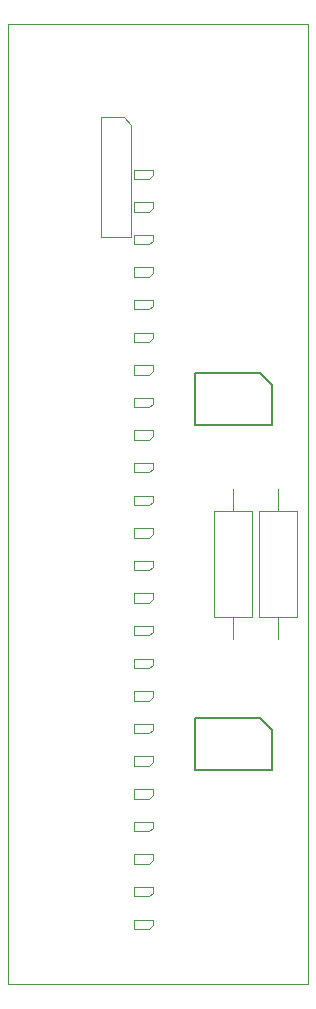
<source format=gbr>
G04 #@! TF.GenerationSoftware,KiCad,Pcbnew,(5.1.4)-1*
G04 #@! TF.CreationDate,2019-08-22T22:39:33-07:00*
G04 #@! TF.ProjectId,the,7468652e-6b69-4636-9164-5f7063625858,rev?*
G04 #@! TF.SameCoordinates,Original*
G04 #@! TF.FileFunction,Other,Fab,Top*
%FSLAX46Y46*%
G04 Gerber Fmt 4.6, Leading zero omitted, Abs format (unit mm)*
G04 Created by KiCad (PCBNEW (5.1.4)-1) date 2019-08-22 22:39:33*
%MOMM*%
%LPD*%
G04 APERTURE LIST*
%ADD10C,0.120000*%
%ADD11C,0.150000*%
%ADD12C,0.100000*%
G04 APERTURE END LIST*
D10*
X63500000Y-119380000D02*
X63500000Y-38100000D01*
X88900000Y-119380000D02*
X63500000Y-119380000D01*
X88900000Y-38100000D02*
X88900000Y-119380000D01*
X63500000Y-38100000D02*
X88900000Y-38100000D01*
D11*
X85800000Y-68650000D02*
X85800000Y-72050000D01*
X85800000Y-72050000D02*
X79300000Y-72050000D01*
X79300000Y-72050000D02*
X79300000Y-67650000D01*
X79300000Y-67650000D02*
X84800000Y-67650000D01*
X84800000Y-67650000D02*
X85800000Y-68650000D01*
D12*
X74130000Y-66965214D02*
X74130000Y-67765214D01*
X75730000Y-66965214D02*
X74130000Y-66965214D01*
X75730000Y-67465214D02*
X75730000Y-66965214D01*
X75430000Y-67765214D02*
X75730000Y-67465214D01*
X74130000Y-67765214D02*
X75430000Y-67765214D01*
X74130000Y-69726083D02*
X74130000Y-70526083D01*
X75730000Y-69726083D02*
X74130000Y-69726083D01*
X75730000Y-70226083D02*
X75730000Y-69726083D01*
X75430000Y-70526083D02*
X75730000Y-70226083D01*
X74130000Y-70526083D02*
X75430000Y-70526083D01*
X74130000Y-73286952D02*
X75430000Y-73286952D01*
X75430000Y-73286952D02*
X75730000Y-72986952D01*
X75730000Y-72986952D02*
X75730000Y-72486952D01*
X75730000Y-72486952D02*
X74130000Y-72486952D01*
X74130000Y-72486952D02*
X74130000Y-73286952D01*
X74130000Y-75247821D02*
X74130000Y-76047821D01*
X75730000Y-75247821D02*
X74130000Y-75247821D01*
X75730000Y-75747821D02*
X75730000Y-75247821D01*
X75430000Y-76047821D02*
X75730000Y-75747821D01*
X74130000Y-76047821D02*
X75430000Y-76047821D01*
X74130000Y-78808690D02*
X75430000Y-78808690D01*
X75430000Y-78808690D02*
X75730000Y-78508690D01*
X75730000Y-78508690D02*
X75730000Y-78008690D01*
X75730000Y-78008690D02*
X74130000Y-78008690D01*
X74130000Y-78008690D02*
X74130000Y-78808690D01*
X74130000Y-80769559D02*
X74130000Y-81569559D01*
X75730000Y-80769559D02*
X74130000Y-80769559D01*
X75730000Y-81269559D02*
X75730000Y-80769559D01*
X75430000Y-81569559D02*
X75730000Y-81269559D01*
X74130000Y-81569559D02*
X75430000Y-81569559D01*
X74130000Y-95373904D02*
X75430000Y-95373904D01*
X75430000Y-95373904D02*
X75730000Y-95073904D01*
X75730000Y-95073904D02*
X75730000Y-94573904D01*
X75730000Y-94573904D02*
X74130000Y-94573904D01*
X74130000Y-94573904D02*
X74130000Y-95373904D01*
X74130000Y-97334773D02*
X74130000Y-98134773D01*
X75730000Y-97334773D02*
X74130000Y-97334773D01*
X75730000Y-97834773D02*
X75730000Y-97334773D01*
X75430000Y-98134773D02*
X75730000Y-97834773D01*
X74130000Y-98134773D02*
X75430000Y-98134773D01*
X74130000Y-100095642D02*
X74130000Y-100895642D01*
X75730000Y-100095642D02*
X74130000Y-100095642D01*
X75730000Y-100595642D02*
X75730000Y-100095642D01*
X75430000Y-100895642D02*
X75730000Y-100595642D01*
X74130000Y-100895642D02*
X75430000Y-100895642D01*
X74130000Y-103656511D02*
X75430000Y-103656511D01*
X75430000Y-103656511D02*
X75730000Y-103356511D01*
X75730000Y-103356511D02*
X75730000Y-102856511D01*
X75730000Y-102856511D02*
X74130000Y-102856511D01*
X74130000Y-102856511D02*
X74130000Y-103656511D01*
X74130000Y-106417380D02*
X75430000Y-106417380D01*
X75430000Y-106417380D02*
X75730000Y-106117380D01*
X75730000Y-106117380D02*
X75730000Y-105617380D01*
X75730000Y-105617380D02*
X74130000Y-105617380D01*
X74130000Y-105617380D02*
X74130000Y-106417380D01*
X74130000Y-109178249D02*
X75430000Y-109178249D01*
X75430000Y-109178249D02*
X75730000Y-108878249D01*
X75730000Y-108878249D02*
X75730000Y-108378249D01*
X75730000Y-108378249D02*
X74130000Y-108378249D01*
X74130000Y-108378249D02*
X74130000Y-109178249D01*
X74130000Y-111139118D02*
X74130000Y-111939118D01*
X75730000Y-111139118D02*
X74130000Y-111139118D01*
X75730000Y-111639118D02*
X75730000Y-111139118D01*
X75430000Y-111939118D02*
X75730000Y-111639118D01*
X74130000Y-111939118D02*
X75430000Y-111939118D01*
X74130000Y-114700000D02*
X75430000Y-114700000D01*
X75430000Y-114700000D02*
X75730000Y-114400000D01*
X75730000Y-114400000D02*
X75730000Y-113900000D01*
X75730000Y-113900000D02*
X74130000Y-113900000D01*
X74130000Y-113900000D02*
X74130000Y-114700000D01*
X71374000Y-56134000D02*
X71374000Y-45974000D01*
X73914000Y-56134000D02*
X71374000Y-56134000D01*
X73914000Y-46609000D02*
X73914000Y-56134000D01*
X73279000Y-45974000D02*
X73914000Y-46609000D01*
X71374000Y-45974000D02*
X73279000Y-45974000D01*
X82550000Y-77470000D02*
X82550000Y-79320000D01*
X82550000Y-90170000D02*
X82550000Y-88320000D01*
X80950000Y-79320000D02*
X80950000Y-88320000D01*
X84150000Y-79320000D02*
X80950000Y-79320000D01*
X84150000Y-88320000D02*
X84150000Y-79320000D01*
X80950000Y-88320000D02*
X84150000Y-88320000D01*
X84760000Y-88320000D02*
X87960000Y-88320000D01*
X87960000Y-88320000D02*
X87960000Y-79320000D01*
X87960000Y-79320000D02*
X84760000Y-79320000D01*
X84760000Y-79320000D02*
X84760000Y-88320000D01*
X86360000Y-90170000D02*
X86360000Y-88320000D01*
X86360000Y-77470000D02*
X86360000Y-79320000D01*
D11*
X84800000Y-96860000D02*
X85800000Y-97860000D01*
X79300000Y-96860000D02*
X84800000Y-96860000D01*
X79300000Y-101260000D02*
X79300000Y-96860000D01*
X85800000Y-101260000D02*
X79300000Y-101260000D01*
X85800000Y-97860000D02*
X85800000Y-101260000D01*
D12*
X74130000Y-50400000D02*
X74130000Y-51200000D01*
X75730000Y-50400000D02*
X74130000Y-50400000D01*
X75730000Y-50900000D02*
X75730000Y-50400000D01*
X75430000Y-51200000D02*
X75730000Y-50900000D01*
X74130000Y-51200000D02*
X75430000Y-51200000D01*
X74130000Y-53960869D02*
X75430000Y-53960869D01*
X75430000Y-53960869D02*
X75730000Y-53660869D01*
X75730000Y-53660869D02*
X75730000Y-53160869D01*
X75730000Y-53160869D02*
X74130000Y-53160869D01*
X74130000Y-53160869D02*
X74130000Y-53960869D01*
X74130000Y-55921738D02*
X74130000Y-56721738D01*
X75730000Y-55921738D02*
X74130000Y-55921738D01*
X75730000Y-56421738D02*
X75730000Y-55921738D01*
X75430000Y-56721738D02*
X75730000Y-56421738D01*
X74130000Y-56721738D02*
X75430000Y-56721738D01*
X74130000Y-59482607D02*
X75430000Y-59482607D01*
X75430000Y-59482607D02*
X75730000Y-59182607D01*
X75730000Y-59182607D02*
X75730000Y-58682607D01*
X75730000Y-58682607D02*
X74130000Y-58682607D01*
X74130000Y-58682607D02*
X74130000Y-59482607D01*
X74130000Y-61443476D02*
X74130000Y-62243476D01*
X75730000Y-61443476D02*
X74130000Y-61443476D01*
X75730000Y-61943476D02*
X75730000Y-61443476D01*
X75430000Y-62243476D02*
X75730000Y-61943476D01*
X74130000Y-62243476D02*
X75430000Y-62243476D01*
X74130000Y-64204345D02*
X74130000Y-65004345D01*
X75730000Y-64204345D02*
X74130000Y-64204345D01*
X75730000Y-64704345D02*
X75730000Y-64204345D01*
X75430000Y-65004345D02*
X75730000Y-64704345D01*
X74130000Y-65004345D02*
X75430000Y-65004345D01*
X74130000Y-84330428D02*
X75430000Y-84330428D01*
X75430000Y-84330428D02*
X75730000Y-84030428D01*
X75730000Y-84030428D02*
X75730000Y-83530428D01*
X75730000Y-83530428D02*
X74130000Y-83530428D01*
X74130000Y-83530428D02*
X74130000Y-84330428D01*
X74130000Y-86291297D02*
X74130000Y-87091297D01*
X75730000Y-86291297D02*
X74130000Y-86291297D01*
X75730000Y-86791297D02*
X75730000Y-86291297D01*
X75430000Y-87091297D02*
X75730000Y-86791297D01*
X74130000Y-87091297D02*
X75430000Y-87091297D01*
X74130000Y-89852166D02*
X75430000Y-89852166D01*
X75430000Y-89852166D02*
X75730000Y-89552166D01*
X75730000Y-89552166D02*
X75730000Y-89052166D01*
X75730000Y-89052166D02*
X74130000Y-89052166D01*
X74130000Y-89052166D02*
X74130000Y-89852166D01*
X74130000Y-92613035D02*
X75430000Y-92613035D01*
X75430000Y-92613035D02*
X75730000Y-92313035D01*
X75730000Y-92313035D02*
X75730000Y-91813035D01*
X75730000Y-91813035D02*
X74130000Y-91813035D01*
X74130000Y-91813035D02*
X74130000Y-92613035D01*
M02*

</source>
